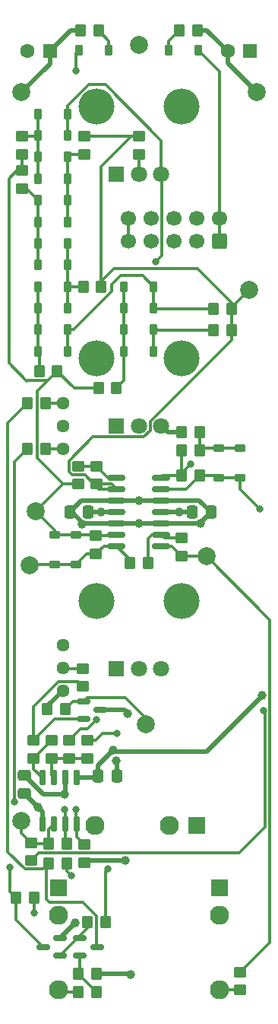
<source format=gbl>
G04 #@! TF.GenerationSoftware,KiCad,Pcbnew,8.0.5*
G04 #@! TF.CreationDate,2024-11-24T11:29:42+01:00*
G04 #@! TF.ProjectId,wavefolder,77617665-666f-46c6-9465-722e6b696361,rev?*
G04 #@! TF.SameCoordinates,Original*
G04 #@! TF.FileFunction,Copper,L2,Bot*
G04 #@! TF.FilePolarity,Positive*
%FSLAX46Y46*%
G04 Gerber Fmt 4.6, Leading zero omitted, Abs format (unit mm)*
G04 Created by KiCad (PCBNEW 8.0.5) date 2024-11-24 11:29:42*
%MOMM*%
%LPD*%
G01*
G04 APERTURE LIST*
G04 Aperture macros list*
%AMRoundRect*
0 Rectangle with rounded corners*
0 $1 Rounding radius*
0 $2 $3 $4 $5 $6 $7 $8 $9 X,Y pos of 4 corners*
0 Add a 4 corners polygon primitive as box body*
4,1,4,$2,$3,$4,$5,$6,$7,$8,$9,$2,$3,0*
0 Add four circle primitives for the rounded corners*
1,1,$1+$1,$2,$3*
1,1,$1+$1,$4,$5*
1,1,$1+$1,$6,$7*
1,1,$1+$1,$8,$9*
0 Add four rect primitives between the rounded corners*
20,1,$1+$1,$2,$3,$4,$5,0*
20,1,$1+$1,$4,$5,$6,$7,0*
20,1,$1+$1,$6,$7,$8,$9,0*
20,1,$1+$1,$8,$9,$2,$3,0*%
G04 Aperture macros list end*
G04 #@! TA.AperFunction,ComponentPad*
%ADD10R,1.930000X1.830000*%
G04 #@! TD*
G04 #@! TA.AperFunction,ComponentPad*
%ADD11C,2.130000*%
G04 #@! TD*
G04 #@! TA.AperFunction,ComponentPad*
%ADD12R,1.830000X1.930000*%
G04 #@! TD*
G04 #@! TA.AperFunction,ComponentPad*
%ADD13O,4.000000X4.000000*%
G04 #@! TD*
G04 #@! TA.AperFunction,ComponentPad*
%ADD14R,1.800000X1.800000*%
G04 #@! TD*
G04 #@! TA.AperFunction,ComponentPad*
%ADD15C,1.800000*%
G04 #@! TD*
G04 #@! TA.AperFunction,ComponentPad*
%ADD16C,1.440000*%
G04 #@! TD*
G04 #@! TA.AperFunction,SMDPad,CuDef*
%ADD17RoundRect,0.150000X-0.587500X-0.150000X0.587500X-0.150000X0.587500X0.150000X-0.587500X0.150000X0*%
G04 #@! TD*
G04 #@! TA.AperFunction,SMDPad,CuDef*
%ADD18RoundRect,0.250000X0.350000X0.450000X-0.350000X0.450000X-0.350000X-0.450000X0.350000X-0.450000X0*%
G04 #@! TD*
G04 #@! TA.AperFunction,ComponentPad*
%ADD19RoundRect,0.250000X0.600000X-0.600000X0.600000X0.600000X-0.600000X0.600000X-0.600000X-0.600000X0*%
G04 #@! TD*
G04 #@! TA.AperFunction,ComponentPad*
%ADD20C,1.700000*%
G04 #@! TD*
G04 #@! TA.AperFunction,SMDPad,CuDef*
%ADD21RoundRect,0.250000X-0.350000X-0.450000X0.350000X-0.450000X0.350000X0.450000X-0.350000X0.450000X0*%
G04 #@! TD*
G04 #@! TA.AperFunction,SMDPad,CuDef*
%ADD22RoundRect,0.225000X0.225000X0.375000X-0.225000X0.375000X-0.225000X-0.375000X0.225000X-0.375000X0*%
G04 #@! TD*
G04 #@! TA.AperFunction,SMDPad,CuDef*
%ADD23RoundRect,0.250000X0.450000X-0.350000X0.450000X0.350000X-0.450000X0.350000X-0.450000X-0.350000X0*%
G04 #@! TD*
G04 #@! TA.AperFunction,SMDPad,CuDef*
%ADD24RoundRect,0.150000X-0.825000X-0.150000X0.825000X-0.150000X0.825000X0.150000X-0.825000X0.150000X0*%
G04 #@! TD*
G04 #@! TA.AperFunction,ComponentPad*
%ADD25C,2.000000*%
G04 #@! TD*
G04 #@! TA.AperFunction,SMDPad,CuDef*
%ADD26RoundRect,0.225000X-0.225000X-0.375000X0.225000X-0.375000X0.225000X0.375000X-0.225000X0.375000X0*%
G04 #@! TD*
G04 #@! TA.AperFunction,SMDPad,CuDef*
%ADD27RoundRect,0.250000X-0.450000X0.350000X-0.450000X-0.350000X0.450000X-0.350000X0.450000X0.350000X0*%
G04 #@! TD*
G04 #@! TA.AperFunction,SMDPad,CuDef*
%ADD28RoundRect,0.150000X0.587500X0.150000X-0.587500X0.150000X-0.587500X-0.150000X0.587500X-0.150000X0*%
G04 #@! TD*
G04 #@! TA.AperFunction,SMDPad,CuDef*
%ADD29RoundRect,0.225000X0.375000X-0.225000X0.375000X0.225000X-0.375000X0.225000X-0.375000X-0.225000X0*%
G04 #@! TD*
G04 #@! TA.AperFunction,ComponentPad*
%ADD30R,1.600000X1.600000*%
G04 #@! TD*
G04 #@! TA.AperFunction,ComponentPad*
%ADD31C,1.600000*%
G04 #@! TD*
G04 #@! TA.AperFunction,SMDPad,CuDef*
%ADD32RoundRect,0.250000X0.475000X-0.337500X0.475000X0.337500X-0.475000X0.337500X-0.475000X-0.337500X0*%
G04 #@! TD*
G04 #@! TA.AperFunction,SMDPad,CuDef*
%ADD33RoundRect,0.225000X-0.375000X0.225000X-0.375000X-0.225000X0.375000X-0.225000X0.375000X0.225000X0*%
G04 #@! TD*
G04 #@! TA.AperFunction,SMDPad,CuDef*
%ADD34RoundRect,0.250000X0.337500X0.475000X-0.337500X0.475000X-0.337500X-0.475000X0.337500X-0.475000X0*%
G04 #@! TD*
G04 #@! TA.AperFunction,SMDPad,CuDef*
%ADD35RoundRect,0.150000X-0.150000X0.725000X-0.150000X-0.725000X0.150000X-0.725000X0.150000X0.725000X0*%
G04 #@! TD*
G04 #@! TA.AperFunction,ViaPad*
%ADD36C,1.000000*%
G04 #@! TD*
G04 #@! TA.AperFunction,ViaPad*
%ADD37C,0.800000*%
G04 #@! TD*
G04 #@! TA.AperFunction,Conductor*
%ADD38C,0.500000*%
G04 #@! TD*
G04 #@! TA.AperFunction,Conductor*
%ADD39C,0.300000*%
G04 #@! TD*
G04 APERTURE END LIST*
D10*
X56000000Y-146900000D03*
D11*
X56000000Y-158300000D03*
X56000000Y-150000000D03*
D12*
X71480000Y-140000000D03*
D11*
X60080000Y-140000000D03*
X68380000Y-140000000D03*
D10*
X74000000Y-146900000D03*
D11*
X74000000Y-158300000D03*
X74000000Y-150000000D03*
D13*
X60250000Y-115000000D03*
X69750000Y-115000000D03*
D14*
X62500000Y-122500000D03*
D15*
X65000000Y-122500000D03*
X67500000Y-122500000D03*
D16*
X56500000Y-119950000D03*
X56500000Y-122490000D03*
X56500000Y-125030000D03*
D13*
X60250000Y-88000000D03*
X69750000Y-88000000D03*
D14*
X62500000Y-95500000D03*
D15*
X65000000Y-95500000D03*
X67500000Y-95500000D03*
D16*
X56500000Y-92960000D03*
X56500000Y-95500000D03*
X56500000Y-98040000D03*
D13*
X60250000Y-60000000D03*
X69750000Y-60000000D03*
D14*
X62500000Y-67500000D03*
D15*
X65000000Y-67500000D03*
X67500000Y-67500000D03*
D17*
X58437500Y-154450000D03*
X58437500Y-152550000D03*
X60312500Y-153500000D03*
D18*
X66000000Y-110750000D03*
X64000000Y-110750000D03*
D19*
X74000000Y-75000000D03*
D20*
X74000000Y-72460000D03*
X71460000Y-75000000D03*
X71460000Y-72460000D03*
X68920000Y-75000000D03*
X68920000Y-72460000D03*
X66380000Y-75000000D03*
X66380000Y-72460000D03*
X63840000Y-75000000D03*
X63840000Y-72460000D03*
D21*
X69750000Y-96200000D03*
X71750000Y-96200000D03*
D22*
X66650000Y-87200000D03*
X63350000Y-87200000D03*
D23*
X58250000Y-102000000D03*
X58250000Y-100000000D03*
D24*
X62500000Y-108870000D03*
X62500000Y-107600000D03*
X62500000Y-106330000D03*
X62500000Y-105060000D03*
X62500000Y-103790000D03*
X62500000Y-102520000D03*
X62500000Y-101250000D03*
X67450000Y-101250000D03*
X67450000Y-102520000D03*
X67450000Y-103790000D03*
X67450000Y-105060000D03*
X67450000Y-106330000D03*
X67450000Y-107600000D03*
X67450000Y-108870000D03*
D25*
X77250000Y-80400000D03*
X51900000Y-139500000D03*
D26*
X53750000Y-75200000D03*
X57050000Y-75200000D03*
X53750000Y-65600000D03*
X57050000Y-65600000D03*
D27*
X60250000Y-100000000D03*
X60250000Y-102000000D03*
D28*
X56187500Y-152550000D03*
X56187500Y-154450000D03*
X54312500Y-153500000D03*
D29*
X76300000Y-101250000D03*
X76300000Y-97950000D03*
D27*
X57250000Y-130500000D03*
X57250000Y-132500000D03*
D21*
X69750000Y-98200000D03*
X71750000Y-98200000D03*
D27*
X58750000Y-122500000D03*
X58750000Y-124500000D03*
X58900000Y-142100000D03*
X58900000Y-144100000D03*
D21*
X58250000Y-158500000D03*
X60250000Y-158500000D03*
D23*
X55250000Y-132500000D03*
X55250000Y-130500000D03*
D26*
X53750000Y-80000000D03*
X57050000Y-80000000D03*
D18*
X60250000Y-156500000D03*
X58250000Y-156500000D03*
D30*
X77382380Y-53800000D03*
D31*
X74882380Y-53800000D03*
D22*
X71650000Y-53700000D03*
X68350000Y-53700000D03*
D32*
X52250000Y-136437500D03*
X52250000Y-134362500D03*
D23*
X76300000Y-158300000D03*
X76300000Y-156300000D03*
X58900000Y-65300000D03*
X58900000Y-63300000D03*
D22*
X57050000Y-82400000D03*
X53750000Y-82400000D03*
D21*
X73300000Y-84900000D03*
X75300000Y-84900000D03*
D33*
X58000000Y-107600000D03*
X58000000Y-110900000D03*
D21*
X69500000Y-51500000D03*
X71500000Y-51500000D03*
D23*
X52000000Y-65300000D03*
X52000000Y-63300000D03*
D29*
X55600000Y-110900000D03*
X55600000Y-107600000D03*
D22*
X57050000Y-87200000D03*
X53750000Y-87200000D03*
D25*
X51900000Y-58400000D03*
D22*
X57050000Y-68000000D03*
X53750000Y-68000000D03*
D26*
X63350000Y-80000000D03*
X66650000Y-80000000D03*
D25*
X72500000Y-110000000D03*
D26*
X53750000Y-60800000D03*
X57050000Y-60800000D03*
D34*
X62537500Y-134500000D03*
X60462500Y-134500000D03*
D22*
X66650000Y-82400000D03*
X63350000Y-82400000D03*
D26*
X53750000Y-70400000D03*
X57050000Y-70400000D03*
D22*
X61650000Y-53700000D03*
X58350000Y-53700000D03*
D18*
X53300000Y-148000000D03*
X51300000Y-148000000D03*
D33*
X73900000Y-97950000D03*
X73900000Y-101250000D03*
D21*
X52600000Y-98100000D03*
X54600000Y-98100000D03*
D27*
X53000000Y-141900000D03*
X53000000Y-143900000D03*
D17*
X58800000Y-128100000D03*
X58800000Y-126200000D03*
X60675000Y-127150000D03*
D34*
X59337500Y-105100000D03*
X57262500Y-105100000D03*
D18*
X56950000Y-142000000D03*
X54950000Y-142000000D03*
D22*
X57050000Y-72800000D03*
X53750000Y-72800000D03*
D18*
X55900000Y-89400000D03*
X53900000Y-89400000D03*
D23*
X69750000Y-110000000D03*
X69750000Y-108000000D03*
D27*
X52000000Y-67100000D03*
X52000000Y-69100000D03*
D30*
X55100000Y-53800000D03*
D31*
X52600000Y-53800000D03*
D25*
X78100000Y-58400000D03*
D21*
X73300000Y-82500000D03*
X75300000Y-82500000D03*
D18*
X60500000Y-51500000D03*
X58500000Y-51500000D03*
X61250000Y-150750000D03*
X59250000Y-150750000D03*
D26*
X63350000Y-84800000D03*
X66650000Y-84800000D03*
D21*
X52600000Y-93000000D03*
X54600000Y-93000000D03*
D34*
X73037500Y-105100000D03*
X70962500Y-105100000D03*
D23*
X53250000Y-132500000D03*
X53250000Y-130500000D03*
D22*
X57050000Y-77600000D03*
X53750000Y-77600000D03*
D25*
X53500000Y-105000000D03*
D26*
X53750000Y-84800000D03*
X57050000Y-84800000D03*
D21*
X54800000Y-127000000D03*
X56800000Y-127000000D03*
X58800000Y-80000000D03*
X60800000Y-80000000D03*
D23*
X60200000Y-109740000D03*
X60200000Y-107740000D03*
D18*
X56950000Y-144200000D03*
X54950000Y-144200000D03*
D35*
X54230000Y-134675000D03*
X55500000Y-134675000D03*
X56770000Y-134675000D03*
X58040000Y-134675000D03*
X58040000Y-139825000D03*
X56770000Y-139825000D03*
X55500000Y-139825000D03*
X54230000Y-139825000D03*
D22*
X57050000Y-63200000D03*
X53750000Y-63200000D03*
D21*
X60500000Y-91300000D03*
X62500000Y-91300000D03*
D27*
X65000000Y-63300000D03*
X65000000Y-65300000D03*
X59250000Y-130500000D03*
X59250000Y-132500000D03*
D25*
X65000000Y-53100000D03*
D18*
X71750000Y-101050000D03*
X69750000Y-101050000D03*
D25*
X52800000Y-111000000D03*
X65750000Y-128750000D03*
D36*
X60750000Y-105060000D03*
X53781250Y-137968750D03*
X71827592Y-106365030D03*
X58695300Y-106479141D03*
X65000000Y-106330000D03*
X57900000Y-150800000D03*
X62500000Y-132750000D03*
X63750000Y-127500000D03*
X56750000Y-136500000D03*
X64100000Y-156600000D03*
X65000000Y-103790000D03*
X63500000Y-143900000D03*
X78750000Y-125500000D03*
X69500000Y-105060000D03*
X62138641Y-131605698D03*
D37*
X58000000Y-56000000D03*
X66900000Y-77250000D03*
X70750000Y-99750000D03*
X61495000Y-144800000D03*
X50650000Y-144600000D03*
X51150000Y-137357965D03*
X60250000Y-128250000D03*
X78850000Y-127200000D03*
X78500000Y-104750000D03*
X62530331Y-129719669D03*
X57450000Y-145550000D03*
X56700000Y-138200000D03*
X58000000Y-138200000D03*
X53300000Y-149700000D03*
D38*
X62500000Y-105060000D02*
X59377500Y-105060000D01*
X55100000Y-53800000D02*
X55100000Y-55200000D01*
X57400000Y-51500000D02*
X55100000Y-53800000D01*
X59377500Y-105060000D02*
X59337500Y-105100000D01*
X54230000Y-138417500D02*
X54230000Y-139825000D01*
X52250000Y-136437500D02*
X54230000Y-138417500D01*
X55100000Y-55200000D02*
X51900000Y-58400000D01*
X58500000Y-51500000D02*
X57400000Y-51500000D01*
X58758122Y-106330000D02*
X58758122Y-106416319D01*
X57262500Y-105100000D02*
X58572500Y-103790000D01*
X71000000Y-106330000D02*
X67450000Y-106330000D01*
X62537500Y-132787500D02*
X62500000Y-132750000D01*
X60675000Y-127150000D02*
X63400000Y-127150000D01*
X64000000Y-156500000D02*
X60250000Y-156500000D01*
X62500000Y-106330000D02*
X58758122Y-106330000D01*
X63400000Y-127150000D02*
X63750000Y-127500000D01*
X52250000Y-134422684D02*
X54327316Y-136500000D01*
X56770000Y-134675000D02*
X56770000Y-136480000D01*
X71000000Y-106330000D02*
X71792562Y-106330000D01*
X69750000Y-96200000D02*
X68200000Y-96200000D01*
X62500000Y-103790000D02*
X67450000Y-103790000D01*
X71807500Y-106330000D02*
X71000000Y-106330000D01*
X58758122Y-106416319D02*
X58695300Y-106479141D01*
X57900000Y-150800000D02*
X57900000Y-150837500D01*
X73037500Y-105100000D02*
X71807500Y-106330000D01*
X67450000Y-103790000D02*
X71727500Y-103790000D01*
X71727500Y-103790000D02*
X73037500Y-105100000D01*
X58572500Y-103790000D02*
X62500000Y-103790000D01*
X63500000Y-143900000D02*
X59100000Y-143900000D01*
X67450000Y-106330000D02*
X65000000Y-106330000D01*
X54327316Y-136500000D02*
X56750000Y-136500000D01*
X62537500Y-134500000D02*
X62537500Y-132787500D01*
X56770000Y-136480000D02*
X56750000Y-136500000D01*
X62500000Y-106330000D02*
X65000000Y-106330000D01*
X68200000Y-96200000D02*
X67500000Y-95500000D01*
X57900000Y-150837500D02*
X56187500Y-152550000D01*
X64100000Y-156600000D02*
X64000000Y-156500000D01*
X57528122Y-105100000D02*
X57262500Y-105100000D01*
X71792562Y-106330000D02*
X71827592Y-106365030D01*
X52250000Y-134362500D02*
X52250000Y-134422684D01*
X58758122Y-106330000D02*
X57528122Y-105100000D01*
X59100000Y-143900000D02*
X58900000Y-144100000D01*
X60287500Y-134675000D02*
X60462500Y-134500000D01*
X72550000Y-131800000D02*
X61950000Y-131800000D01*
X78750000Y-125500000D02*
X78750000Y-125600000D01*
X71500000Y-51500000D02*
X72582380Y-51500000D01*
X54800000Y-127000000D02*
X54800000Y-126730000D01*
X72582380Y-51500000D02*
X74882380Y-53800000D01*
X78750000Y-125600000D02*
X72550000Y-131800000D01*
X74882380Y-53800000D02*
X74882380Y-55182380D01*
X74882380Y-55182380D02*
X78100000Y-58400000D01*
X60462500Y-133287500D02*
X60462500Y-134500000D01*
X58040000Y-134675000D02*
X60287500Y-134675000D01*
X70922500Y-105060000D02*
X70962500Y-105100000D01*
X67450000Y-105060000D02*
X70922500Y-105060000D01*
X54800000Y-126730000D02*
X56500000Y-125030000D01*
X61950000Y-131800000D02*
X60462500Y-133287500D01*
D39*
X61650000Y-53700000D02*
X61650000Y-52650000D01*
X61650000Y-52650000D02*
X60500000Y-51500000D01*
X74000000Y-75000000D02*
X74000000Y-72460000D01*
X74000000Y-56050000D02*
X71650000Y-53700000D01*
X74000000Y-72460000D02*
X74000000Y-56050000D01*
X68350000Y-53700000D02*
X68350000Y-52650000D01*
X68350000Y-52650000D02*
X69500000Y-51500000D01*
X63840000Y-75000000D02*
X63840000Y-72460000D01*
X58000000Y-56000000D02*
X58000000Y-54050000D01*
X58000000Y-54050000D02*
X58350000Y-53700000D01*
X57050000Y-60800000D02*
X57050000Y-59876598D01*
X57050000Y-59876598D02*
X59426598Y-57500000D01*
X59426598Y-57500000D02*
X61250000Y-57500000D01*
X67580000Y-76570000D02*
X67580000Y-67580000D01*
X70750000Y-99750000D02*
X69750000Y-100750000D01*
X57050000Y-60800000D02*
X57050000Y-63200000D01*
X69750000Y-101050000D02*
X67650000Y-101050000D01*
X69750000Y-100750000D02*
X69750000Y-101050000D01*
X67500000Y-63750000D02*
X67500000Y-67500000D01*
X67580000Y-67580000D02*
X67500000Y-67500000D01*
X69750000Y-98200000D02*
X69750000Y-101050000D01*
X67650000Y-101050000D02*
X67450000Y-101250000D01*
X61250000Y-57500000D02*
X67500000Y-63750000D01*
X66900000Y-77250000D02*
X67580000Y-76570000D01*
X53650000Y-63300000D02*
X53750000Y-63200000D01*
X52000000Y-63300000D02*
X53650000Y-63300000D01*
X53750000Y-68000000D02*
X53750000Y-60800000D01*
X66650000Y-87200000D02*
X66650000Y-84800000D01*
X66650000Y-84800000D02*
X67050000Y-84800000D01*
X67050000Y-84800000D02*
X67150000Y-84900000D01*
X67150000Y-84900000D02*
X73300000Y-84900000D01*
X63350000Y-90450000D02*
X62500000Y-91300000D01*
X63350000Y-82400000D02*
X63350000Y-80000000D01*
X63350000Y-87200000D02*
X63350000Y-90450000D01*
X63350000Y-82400000D02*
X63350000Y-87200000D01*
X52000000Y-69100000D02*
X52450000Y-69100000D01*
X52450000Y-69100000D02*
X53750000Y-70400000D01*
X53750000Y-77600000D02*
X53750000Y-70400000D01*
X58900000Y-65300000D02*
X57350000Y-65300000D01*
X57350000Y-65300000D02*
X57050000Y-65600000D01*
X57050000Y-72800000D02*
X57050000Y-65600000D01*
X58800000Y-80000000D02*
X57050000Y-80000000D01*
X57050000Y-82400000D02*
X57050000Y-75200000D01*
X59160000Y-109740000D02*
X58000000Y-110900000D01*
X55600000Y-110900000D02*
X52900000Y-110900000D01*
X64000000Y-110370000D02*
X62500000Y-108870000D01*
X52900000Y-110900000D02*
X52800000Y-111000000D01*
X61070000Y-108870000D02*
X60200000Y-109740000D01*
X58000000Y-110900000D02*
X55600000Y-110900000D01*
X60200000Y-109740000D02*
X59160000Y-109740000D01*
X62500000Y-108870000D02*
X61070000Y-108870000D01*
X64000000Y-110750000D02*
X64000000Y-110370000D01*
X55900000Y-89400000D02*
X57800000Y-91300000D01*
X51400000Y-67100000D02*
X52000000Y-67100000D01*
X50500000Y-68000000D02*
X51400000Y-67100000D01*
X52000000Y-65300000D02*
X52000000Y-67100000D01*
X56500000Y-101937500D02*
X53650000Y-99087500D01*
X55600000Y-107600000D02*
X58000000Y-107600000D01*
X52500000Y-90500000D02*
X50500000Y-88500000D01*
X52550000Y-90450000D02*
X52500000Y-90500000D01*
X57800000Y-91300000D02*
X60500000Y-91300000D01*
X53650000Y-91650000D02*
X54850000Y-90450000D01*
X56500000Y-102000000D02*
X56500000Y-101937500D01*
X53500000Y-105000000D02*
X56500000Y-102000000D01*
X55600000Y-107100000D02*
X55600000Y-107600000D01*
X60200000Y-107740000D02*
X62360000Y-107740000D01*
X55900000Y-89400000D02*
X54850000Y-90450000D01*
X53650000Y-99087500D02*
X53650000Y-91650000D01*
X54850000Y-90450000D02*
X52550000Y-90450000D01*
X50500000Y-88500000D02*
X50500000Y-68000000D01*
X56562500Y-102000000D02*
X58250000Y-102000000D01*
X60060000Y-107600000D02*
X60200000Y-107740000D01*
X53500000Y-105000000D02*
X55600000Y-107100000D01*
X56500000Y-101937500D02*
X56562500Y-102000000D01*
X58000000Y-107600000D02*
X60060000Y-107600000D01*
X62360000Y-107740000D02*
X62500000Y-107600000D01*
X58250000Y-158500000D02*
X56200000Y-158500000D01*
X56200000Y-158500000D02*
X56000000Y-158300000D01*
X74000000Y-158300000D02*
X76300000Y-158300000D01*
X61250000Y-145045000D02*
X61250000Y-150750000D01*
X61495000Y-144800000D02*
X61250000Y-145045000D01*
X57600000Y-126200000D02*
X56800000Y-127000000D01*
X59250000Y-125750000D02*
X58800000Y-126200000D01*
X65750000Y-128750000D02*
X65750000Y-128042894D01*
X63457106Y-125750000D02*
X59250000Y-125750000D01*
X65750000Y-128042894D02*
X63457106Y-125750000D01*
X58800000Y-126200000D02*
X57600000Y-126200000D01*
X58750000Y-124500000D02*
X58210000Y-123960000D01*
X58800000Y-128100000D02*
X55650000Y-128100000D01*
X53250000Y-126750000D02*
X53250000Y-130500000D01*
X55650000Y-128100000D02*
X53250000Y-130500000D01*
X56040000Y-123960000D02*
X53250000Y-126750000D01*
X58210000Y-123960000D02*
X56040000Y-123960000D01*
X56187500Y-154450000D02*
X59250000Y-151387500D01*
X59250000Y-151387500D02*
X59250000Y-150750000D01*
X58755456Y-148500000D02*
X60300000Y-150044544D01*
X54950000Y-144200000D02*
X54685000Y-144465000D01*
X54950000Y-144200000D02*
X54300000Y-144850000D01*
X60300000Y-150044544D02*
X60300000Y-153487500D01*
X50400000Y-142955456D02*
X50400000Y-95200000D01*
X60300000Y-153487500D02*
X60312500Y-153500000D01*
X54300000Y-144850000D02*
X52294544Y-144850000D01*
X50400000Y-95200000D02*
X52600000Y-93000000D01*
X54685000Y-148165000D02*
X55020000Y-148500000D01*
X54685000Y-144465000D02*
X54685000Y-148165000D01*
X52294544Y-144850000D02*
X50400000Y-142955456D01*
X55020000Y-148500000D02*
X58755456Y-148500000D01*
X58437500Y-154450000D02*
X58437500Y-156312500D01*
X58437500Y-156312500D02*
X58250000Y-156500000D01*
X58250000Y-156500000D02*
X60250000Y-158500000D01*
X50650000Y-144600000D02*
X50650000Y-147350000D01*
X51300000Y-150487500D02*
X54312500Y-153500000D01*
X51150000Y-99550000D02*
X52600000Y-98100000D01*
X51150000Y-137357965D02*
X51150000Y-99550000D01*
X51300000Y-148000000D02*
X51300000Y-150487500D01*
X50650000Y-147350000D02*
X51300000Y-148000000D01*
X59250000Y-129250000D02*
X58500000Y-129250000D01*
X60250000Y-128250000D02*
X59250000Y-129250000D01*
X58500000Y-129250000D02*
X57250000Y-130500000D01*
X58750000Y-122500000D02*
X56510000Y-122500000D01*
X56510000Y-122500000D02*
X56500000Y-122490000D01*
X51900000Y-140800000D02*
X53000000Y-141900000D01*
X54950000Y-142000000D02*
X54950000Y-140375000D01*
X51900000Y-139500000D02*
X51900000Y-140800000D01*
X53100000Y-142000000D02*
X53000000Y-141900000D01*
X54950000Y-140375000D02*
X55500000Y-139825000D01*
X54950000Y-142000000D02*
X53100000Y-142000000D01*
X76300000Y-156300000D02*
X79600000Y-153000000D01*
X69750000Y-110000000D02*
X72500000Y-110000000D01*
X67450000Y-108870000D02*
X68620000Y-108870000D01*
X79600000Y-117100000D02*
X72500000Y-110000000D01*
X79600000Y-153000000D02*
X79600000Y-117100000D01*
X68620000Y-108870000D02*
X69750000Y-110000000D01*
X76300000Y-102550000D02*
X78500000Y-104750000D01*
X73900000Y-101250000D02*
X76300000Y-101250000D01*
X78850000Y-127200000D02*
X79100000Y-127450000D01*
X67450000Y-102520000D02*
X70280000Y-102520000D01*
X53850000Y-143050000D02*
X53000000Y-143900000D01*
X71750000Y-101050000D02*
X73700000Y-101050000D01*
X76200000Y-143050000D02*
X53850000Y-143050000D01*
X73700000Y-101050000D02*
X73900000Y-101250000D01*
X70280000Y-102520000D02*
X71750000Y-101050000D01*
X76300000Y-101250000D02*
X76300000Y-102550000D01*
X79100000Y-127450000D02*
X79100000Y-140150000D01*
X79100000Y-140150000D02*
X76200000Y-143050000D01*
X73900000Y-97950000D02*
X72000000Y-97950000D01*
X72000000Y-97950000D02*
X71750000Y-98200000D01*
X76300000Y-97950000D02*
X73900000Y-97950000D01*
X71750000Y-98200000D02*
X71750000Y-96200000D01*
X53900000Y-87350000D02*
X53750000Y-87200000D01*
X53750000Y-87200000D02*
X53750000Y-80000000D01*
X53900000Y-89400000D02*
X53900000Y-87350000D01*
X57050000Y-84800000D02*
X57050000Y-87200000D01*
X57750000Y-84800000D02*
X62000000Y-80550000D01*
X66900000Y-82400000D02*
X67000000Y-82500000D01*
X65400000Y-78750000D02*
X66650000Y-80000000D01*
X67000000Y-82500000D02*
X73300000Y-82500000D01*
X63000000Y-78750000D02*
X65400000Y-78750000D01*
X66650000Y-82400000D02*
X66900000Y-82400000D01*
X66650000Y-80000000D02*
X66650000Y-82400000D01*
X62000000Y-80550000D02*
X62000000Y-79750000D01*
X62000000Y-79750000D02*
X63000000Y-78750000D01*
X57050000Y-84800000D02*
X57750000Y-84800000D01*
X60982413Y-129719669D02*
X60202082Y-130500000D01*
X62530331Y-129719669D02*
X60982413Y-129719669D01*
X60202082Y-130500000D02*
X59250000Y-130500000D01*
X55250000Y-134425000D02*
X55500000Y-134675000D01*
X59250000Y-132500000D02*
X55250000Y-132500000D01*
X55250000Y-132500000D02*
X55250000Y-134425000D01*
X53250000Y-132500000D02*
X53250000Y-133695000D01*
X53250000Y-133695000D02*
X54230000Y-134675000D01*
X55250000Y-130500000D02*
X53250000Y-132500000D01*
X56460000Y-93000000D02*
X56500000Y-92960000D01*
X54600000Y-93000000D02*
X56460000Y-93000000D01*
X56440000Y-98100000D02*
X56500000Y-98040000D01*
X54600000Y-98100000D02*
X56440000Y-98100000D01*
X65000000Y-65300000D02*
X65000000Y-67500000D01*
X61500000Y-101250000D02*
X60250000Y-100000000D01*
X60250000Y-100000000D02*
X58250000Y-100000000D01*
X62500000Y-101250000D02*
X61500000Y-101250000D01*
X56770000Y-141820000D02*
X56950000Y-142000000D01*
X57450000Y-145550000D02*
X56950000Y-145050000D01*
X56770000Y-139825000D02*
X56770000Y-141820000D01*
X56950000Y-145050000D02*
X56950000Y-144200000D01*
X56770000Y-138270000D02*
X56700000Y-138200000D01*
X56770000Y-139825000D02*
X56770000Y-138270000D01*
X58040000Y-141240000D02*
X58040000Y-139825000D01*
X53300000Y-148000000D02*
X53300000Y-149700000D01*
X58000000Y-138200000D02*
X58000000Y-139785000D01*
X58900000Y-142100000D02*
X58040000Y-141240000D01*
X58000000Y-139785000D02*
X58040000Y-139825000D01*
X66250000Y-94982233D02*
X75300000Y-85932233D01*
X60250000Y-102000000D02*
X61980000Y-102000000D01*
X71500000Y-78000000D02*
X62250000Y-78000000D01*
X60800000Y-66700000D02*
X60800000Y-80000000D01*
X60800000Y-79450000D02*
X60800000Y-80000000D01*
X65000000Y-63300000D02*
X64200000Y-63300000D01*
X58955456Y-100950000D02*
X57544544Y-100950000D01*
X66250000Y-96017767D02*
X66250000Y-94982233D01*
X75300000Y-82500000D02*
X75300000Y-82350000D01*
X57200000Y-100605456D02*
X57200000Y-99394544D01*
X64200000Y-63300000D02*
X60800000Y-66700000D01*
X75300000Y-84900000D02*
X75300000Y-82500000D01*
X60525456Y-102520000D02*
X58955456Y-100950000D01*
X65000000Y-63300000D02*
X58900000Y-63300000D01*
X61980000Y-102000000D02*
X62500000Y-102520000D01*
X62500000Y-102520000D02*
X60525456Y-102520000D01*
X57544544Y-100950000D02*
X57200000Y-100605456D01*
X57200000Y-99394544D02*
X59844544Y-96750000D01*
X59844544Y-96750000D02*
X65517767Y-96750000D01*
X75300000Y-82350000D02*
X77250000Y-80400000D01*
X62250000Y-78000000D02*
X60800000Y-79450000D01*
X75300000Y-82500000D02*
X75300000Y-81800000D01*
X75300000Y-85932233D02*
X75300000Y-84900000D01*
X75300000Y-81800000D02*
X71500000Y-78000000D01*
X65517767Y-96750000D02*
X66250000Y-96017767D01*
X66000000Y-108075001D02*
X66475001Y-107600000D01*
X69750000Y-108000000D02*
X67850000Y-108000000D01*
X66475001Y-107600000D02*
X67450000Y-107600000D01*
X66000000Y-110750000D02*
X66000000Y-108075001D01*
X67850000Y-108000000D02*
X67450000Y-107600000D01*
M02*

</source>
